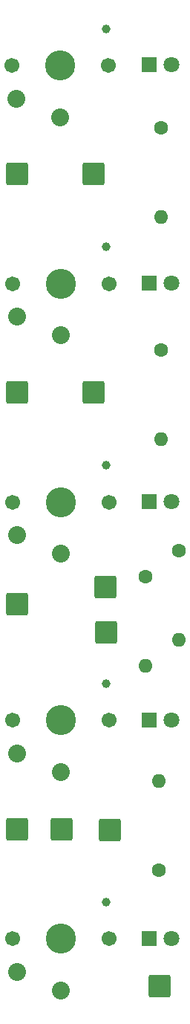
<source format=gbs>
%TF.GenerationSoftware,KiCad,Pcbnew,7.0.5*%
%TF.CreationDate,2023-11-24T16:41:21-05:00*%
%TF.ProjectId,Guitar_Hero_PCBs,47756974-6172-45f4-9865-726f5f504342,rev?*%
%TF.SameCoordinates,Original*%
%TF.FileFunction,Soldermask,Bot*%
%TF.FilePolarity,Negative*%
%FSLAX46Y46*%
G04 Gerber Fmt 4.6, Leading zero omitted, Abs format (unit mm)*
G04 Created by KiCad (PCBNEW 7.0.5) date 2023-11-24 16:41:21*
%MOMM*%
%LPD*%
G01*
G04 APERTURE LIST*
G04 Aperture macros list*
%AMRoundRect*
0 Rectangle with rounded corners*
0 $1 Rounding radius*
0 $2 $3 $4 $5 $6 $7 $8 $9 X,Y pos of 4 corners*
0 Add a 4 corners polygon primitive as box body*
4,1,4,$2,$3,$4,$5,$6,$7,$8,$9,$2,$3,0*
0 Add four circle primitives for the rounded corners*
1,1,$1+$1,$2,$3*
1,1,$1+$1,$4,$5*
1,1,$1+$1,$6,$7*
1,1,$1+$1,$8,$9*
0 Add four rect primitives between the rounded corners*
20,1,$1+$1,$2,$3,$4,$5,0*
20,1,$1+$1,$4,$5,$6,$7,0*
20,1,$1+$1,$6,$7,$8,$9,0*
20,1,$1+$1,$8,$9,$2,$3,0*%
G04 Aperture macros list end*
%ADD10RoundRect,0.249999X-1.025001X-1.025001X1.025001X-1.025001X1.025001X1.025001X-1.025001X1.025001X0*%
%ADD11C,1.600000*%
%ADD12O,1.600000X1.600000*%
%ADD13C,1.701800*%
%ADD14C,3.429000*%
%ADD15C,0.990600*%
%ADD16C,2.032000*%
%ADD17R,1.800000X1.800000*%
%ADD18C,1.800000*%
G04 APERTURE END LIST*
D10*
%TO.C,J1*%
X116255800Y-55499000D03*
%TD*%
D11*
%TO.C,R5*%
X123723400Y-134823200D03*
D12*
X123723400Y-124663200D03*
%TD*%
D10*
%TO.C,J9*%
X112572800Y-130200527D03*
%TD*%
D11*
%TO.C,R2*%
X123968764Y-75514200D03*
D12*
X123968764Y-85674200D03*
%TD*%
D13*
%TO.C,SW4*%
X106984800Y-117754527D03*
D14*
X112484800Y-117754527D03*
D15*
X117704800Y-113554527D03*
D13*
X117984800Y-117754527D03*
D16*
X112484800Y-123654527D03*
X107484800Y-121554527D03*
%TD*%
D10*
%TO.C,J2*%
X116281200Y-80416400D03*
%TD*%
%TO.C,J10*%
X107492800Y-104546527D03*
%TD*%
D13*
%TO.C,SW3*%
X106984800Y-92871527D03*
D14*
X112484800Y-92871527D03*
D15*
X117704800Y-88671527D03*
D13*
X117984800Y-92871527D03*
D16*
X112484800Y-98771527D03*
X107484800Y-96671527D03*
%TD*%
D10*
%TO.C,J8*%
X107492800Y-130200527D03*
%TD*%
%TO.C,J11*%
X107492800Y-80416527D03*
%TD*%
D17*
%TO.C,D2*%
X122597164Y-67945000D03*
D18*
X125137164Y-67945000D03*
%TD*%
D13*
%TO.C,SW2*%
X106984800Y-67979527D03*
D14*
X112484800Y-67979527D03*
D15*
X117704800Y-63779527D03*
D13*
X117984800Y-67979527D03*
D16*
X112484800Y-73879527D03*
X107484800Y-71779527D03*
%TD*%
D11*
%TO.C,R4*%
X122174000Y-101396800D03*
D12*
X122174000Y-111556800D03*
%TD*%
D17*
%TO.C,D4*%
X122597164Y-117729000D03*
D18*
X125137164Y-117729000D03*
%TD*%
D10*
%TO.C,J12*%
X107492800Y-55524527D03*
%TD*%
D13*
%TO.C,SW1*%
X106945800Y-43147527D03*
D14*
X112445800Y-43147527D03*
D15*
X117665800Y-38947527D03*
D13*
X117945800Y-43147527D03*
D16*
X112445800Y-49047527D03*
X107445800Y-46947527D03*
%TD*%
D10*
%TO.C,J5*%
X118135400Y-130276600D03*
%TD*%
%TO.C,J3*%
X117627400Y-102565200D03*
%TD*%
D13*
%TO.C,SW5*%
X106984800Y-142646527D03*
D14*
X112484800Y-142646527D03*
D15*
X117704800Y-138446527D03*
D13*
X117984800Y-142646527D03*
D16*
X112484800Y-148546527D03*
X107484800Y-146446527D03*
%TD*%
D17*
%TO.C,D3*%
X122592164Y-92837000D03*
D18*
X125132164Y-92837000D03*
%TD*%
D11*
%TO.C,R3*%
X125958600Y-98374200D03*
D12*
X125958600Y-108534200D03*
%TD*%
D17*
%TO.C,D1*%
X122597164Y-43053000D03*
D18*
X125137164Y-43053000D03*
%TD*%
D10*
%TO.C,J7*%
X123774200Y-148056600D03*
%TD*%
%TO.C,J4*%
X117678200Y-107721400D03*
%TD*%
D17*
%TO.C,D5*%
X122592164Y-142621000D03*
D18*
X125132164Y-142621000D03*
%TD*%
D11*
%TO.C,R1*%
X123968764Y-50266600D03*
D12*
X123968764Y-60426600D03*
%TD*%
M02*

</source>
